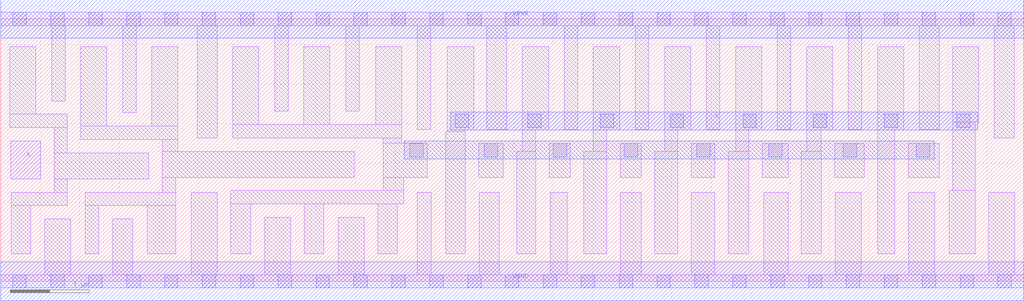
<source format=lef>
# Copyright 2020 The SkyWater PDK Authors
#
# Licensed under the Apache License, Version 2.0 (the "License");
# you may not use this file except in compliance with the License.
# You may obtain a copy of the License at
#
#     https://www.apache.org/licenses/LICENSE-2.0
#
# Unless required by applicable law or agreed to in writing, software
# distributed under the License is distributed on an "AS IS" BASIS,
# WITHOUT WARRANTIES OR CONDITIONS OF ANY KIND, either express or implied.
# See the License for the specific language governing permissions and
# limitations under the License.
#
# SPDX-License-Identifier: Apache-2.0

VERSION 5.7 ;
  NAMESCASESENSITIVE ON ;
  NOWIREEXTENSIONATPIN ON ;
  DIVIDERCHAR "/" ;
  BUSBITCHARS "[]" ;
UNITS
  DATABASE MICRONS 200 ;
END UNITS
MACRO sky130_fd_sc_hs__bufbuf_16
  CLASS CORE ;
  SOURCE USER ;
  FOREIGN sky130_fd_sc_hs__bufbuf_16 ;
  ORIGIN  0.000000  0.000000 ;
  SIZE  12.96000 BY  3.330000 ;
  SYMMETRY X Y ;
  SITE unit ;
  PIN A
    ANTENNAGATEAREA  0.279000 ;
    DIRECTION INPUT ;
    USE SIGNAL ;
    PORT
      LAYER li1 ;
        RECT 0.125000 1.300000 0.505000 1.780000 ;
    END
  END A
  PIN X
    ANTENNADIFFAREA  4.401600 ;
    DIRECTION OUTPUT ;
    USE SIGNAL ;
    PORT
      LAYER met1 ;
        RECT 5.700000 1.920000 12.380000 2.150000 ;
    END
  END X
  PIN VGND
    DIRECTION INOUT ;
    USE GROUND ;
    PORT
      LAYER met1 ;
        RECT 0.000000 -0.245000 12.960000 0.245000 ;
    END
  END VGND
  PIN VPWR
    DIRECTION INOUT ;
    USE POWER ;
    PORT
      LAYER met1 ;
        RECT 0.000000 3.085000 12.960000 3.575000 ;
    END
  END VPWR
  OBS
    LAYER li1 ;
      RECT  0.000000 -0.085000 12.960000 0.085000 ;
      RECT  0.000000  3.245000 12.960000 3.415000 ;
      RECT  0.115000  1.950000  0.845000 2.120000 ;
      RECT  0.115000  2.120000  0.445000 2.980000 ;
      RECT  0.130000  0.350000  0.380000 0.960000 ;
      RECT  0.130000  0.960000  0.845000 1.130000 ;
      RECT  0.560000  0.085000  0.890000 0.790000 ;
      RECT  0.645000  2.290000  0.815000 3.245000 ;
      RECT  0.675000  1.130000  0.845000 1.300000 ;
      RECT  0.675000  1.300000  1.875000 1.630000 ;
      RECT  0.675000  1.630000  0.845000 1.950000 ;
      RECT  1.015000  1.800000  2.245000 1.970000 ;
      RECT  1.015000  1.970000  1.345000 2.980000 ;
      RECT  1.070000  0.350000  1.240000 0.960000 ;
      RECT  1.070000  0.960000  2.215000 1.130000 ;
      RECT  1.420000  0.085000  1.670000 0.790000 ;
      RECT  1.545000  2.140000  1.715000 3.245000 ;
      RECT  1.855000  0.350000  2.215000 0.960000 ;
      RECT  1.915000  1.970000  2.245000 2.980000 ;
      RECT  2.045000  1.130000  2.215000 1.320000 ;
      RECT  2.045000  1.320000  4.480000 1.650000 ;
      RECT  2.045000  1.650000  2.245000 1.800000 ;
      RECT  2.415000  0.085000  2.745000 1.130000 ;
      RECT  2.490000  1.820000  2.740000 3.245000 ;
      RECT  2.915000  0.350000  3.165000 0.980000 ;
      RECT  2.915000  0.980000  5.105000 1.150000 ;
      RECT  2.940000  1.820000  5.080000 1.990000 ;
      RECT  2.940000  1.990000  3.270000 2.980000 ;
      RECT  3.345000  0.085000  3.675000 0.810000 ;
      RECT  3.470000  2.160000  3.640000 3.245000 ;
      RECT  3.840000  1.990000  4.170000 2.980000 ;
      RECT  3.845000  0.350000  4.095000 0.980000 ;
      RECT  4.275000  0.085000  4.605000 0.810000 ;
      RECT  4.370000  2.160000  4.540000 3.245000 ;
      RECT  4.750000  1.990000  5.080000 2.980000 ;
      RECT  4.775000  0.350000  5.025000 0.980000 ;
      RECT  4.845000  1.150000  5.105000 1.320000 ;
      RECT  4.845000  1.320000  5.405000 1.755000 ;
      RECT  4.845000  1.755000  5.080000 1.820000 ;
      RECT  5.275000  0.085000  5.455000 1.130000 ;
      RECT  5.280000  1.925000  5.450000 3.245000 ;
      RECT  5.635000  0.350000  5.885000 1.900000 ;
      RECT  5.660000  1.900000  5.885000 1.920000 ;
      RECT  5.660000  1.920000  5.990000 2.980000 ;
      RECT  6.055000  1.320000  6.365000 1.750000 ;
      RECT  6.065000  0.085000  6.315000 1.130000 ;
      RECT  6.160000  1.925000  6.410000 3.245000 ;
      RECT  6.535000  0.350000  6.780000 1.650000 ;
      RECT  6.610000  1.650000  6.780000 1.920000 ;
      RECT  6.610000  1.920000  6.940000 2.980000 ;
      RECT  6.950000  1.320000  7.215000 1.750000 ;
      RECT  6.960000  0.085000  7.175000 1.130000 ;
      RECT  7.140000  1.925000  7.310000 3.245000 ;
      RECT  7.385000  0.350000  7.680000 1.650000 ;
      RECT  7.510000  1.650000  7.680000 1.920000 ;
      RECT  7.510000  1.920000  7.840000 2.980000 ;
      RECT  7.850000  0.085000  8.115000 1.130000 ;
      RECT  7.850000  1.320000  8.115000 1.750000 ;
      RECT  8.040000  1.925000  8.210000 3.245000 ;
      RECT  8.285000  0.350000  8.580000 1.650000 ;
      RECT  8.410000  1.650000  8.580000 1.920000 ;
      RECT  8.410000  1.920000  8.740000 2.980000 ;
      RECT  8.750000  0.085000  9.045000 1.130000 ;
      RECT  8.750000  1.320000  9.045000 1.750000 ;
      RECT  8.940000  1.925000  9.110000 3.245000 ;
      RECT  9.215000  0.350000  9.480000 1.650000 ;
      RECT  9.310000  1.650000  9.480000 1.920000 ;
      RECT  9.310000  1.920000  9.640000 2.980000 ;
      RECT  9.650000  1.320000  9.975000 1.750000 ;
      RECT  9.665000  0.085000  9.975000 1.130000 ;
      RECT  9.840000  1.925000 10.010000 3.245000 ;
      RECT 10.145000  0.350000 10.395000 1.650000 ;
      RECT 10.210000  1.650000 10.395000 1.920000 ;
      RECT 10.210000  1.920000 10.540000 2.980000 ;
      RECT 10.565000  1.320000 10.940000 1.750000 ;
      RECT 10.575000  0.085000 10.905000 1.130000 ;
      RECT 10.740000  1.925000 10.910000 3.245000 ;
      RECT 11.110000  0.350000 11.325000 1.920000 ;
      RECT 11.110000  1.920000 11.440000 2.980000 ;
      RECT 11.495000  1.320000 11.890000 1.750000 ;
      RECT 11.505000  0.085000 11.835000 1.130000 ;
      RECT 11.640000  1.925000 11.890000 3.245000 ;
      RECT 12.015000  0.350000 12.345000 1.150000 ;
      RECT 12.060000  1.150000 12.345000 2.020000 ;
      RECT 12.060000  2.020000 12.390000 2.980000 ;
      RECT 12.515000  0.085000 12.845000 1.130000 ;
      RECT 12.590000  1.820000 12.840000 3.245000 ;
    LAYER mcon ;
      RECT  0.155000 -0.085000  0.325000 0.085000 ;
      RECT  0.155000  3.245000  0.325000 3.415000 ;
      RECT  0.635000 -0.085000  0.805000 0.085000 ;
      RECT  0.635000  3.245000  0.805000 3.415000 ;
      RECT  1.115000 -0.085000  1.285000 0.085000 ;
      RECT  1.115000  3.245000  1.285000 3.415000 ;
      RECT  1.595000 -0.085000  1.765000 0.085000 ;
      RECT  1.595000  3.245000  1.765000 3.415000 ;
      RECT  2.075000 -0.085000  2.245000 0.085000 ;
      RECT  2.075000  3.245000  2.245000 3.415000 ;
      RECT  2.555000 -0.085000  2.725000 0.085000 ;
      RECT  2.555000  3.245000  2.725000 3.415000 ;
      RECT  3.035000 -0.085000  3.205000 0.085000 ;
      RECT  3.035000  3.245000  3.205000 3.415000 ;
      RECT  3.515000 -0.085000  3.685000 0.085000 ;
      RECT  3.515000  3.245000  3.685000 3.415000 ;
      RECT  3.995000 -0.085000  4.165000 0.085000 ;
      RECT  3.995000  3.245000  4.165000 3.415000 ;
      RECT  4.475000 -0.085000  4.645000 0.085000 ;
      RECT  4.475000  3.245000  4.645000 3.415000 ;
      RECT  4.955000 -0.085000  5.125000 0.085000 ;
      RECT  4.955000  3.245000  5.125000 3.415000 ;
      RECT  5.180000  1.580000  5.350000 1.750000 ;
      RECT  5.435000 -0.085000  5.605000 0.085000 ;
      RECT  5.435000  3.245000  5.605000 3.415000 ;
      RECT  5.760000  1.950000  5.930000 2.120000 ;
      RECT  5.915000 -0.085000  6.085000 0.085000 ;
      RECT  5.915000  3.245000  6.085000 3.415000 ;
      RECT  6.125000  1.580000  6.295000 1.750000 ;
      RECT  6.395000 -0.085000  6.565000 0.085000 ;
      RECT  6.395000  3.245000  6.565000 3.415000 ;
      RECT  6.675000  1.950000  6.845000 2.120000 ;
      RECT  6.875000 -0.085000  7.045000 0.085000 ;
      RECT  6.875000  3.245000  7.045000 3.415000 ;
      RECT  7.000000  1.580000  7.170000 1.750000 ;
      RECT  7.355000 -0.085000  7.525000 0.085000 ;
      RECT  7.355000  3.245000  7.525000 3.415000 ;
      RECT  7.595000  1.950000  7.765000 2.120000 ;
      RECT  7.835000 -0.085000  8.005000 0.085000 ;
      RECT  7.835000  3.245000  8.005000 3.415000 ;
      RECT  7.900000  1.580000  8.070000 1.750000 ;
      RECT  8.315000 -0.085000  8.485000 0.085000 ;
      RECT  8.315000  3.245000  8.485000 3.415000 ;
      RECT  8.485000  1.950000  8.655000 2.120000 ;
      RECT  8.795000 -0.085000  8.965000 0.085000 ;
      RECT  8.795000  3.245000  8.965000 3.415000 ;
      RECT  8.820000  1.580000  8.990000 1.750000 ;
      RECT  9.275000 -0.085000  9.445000 0.085000 ;
      RECT  9.275000  3.245000  9.445000 3.415000 ;
      RECT  9.405000  1.950000  9.575000 2.120000 ;
      RECT  9.730000  1.580000  9.900000 1.750000 ;
      RECT  9.755000 -0.085000  9.925000 0.085000 ;
      RECT  9.755000  3.245000  9.925000 3.415000 ;
      RECT 10.235000 -0.085000 10.405000 0.085000 ;
      RECT 10.235000  3.245000 10.405000 3.415000 ;
      RECT 10.295000  1.950000 10.465000 2.120000 ;
      RECT 10.675000  1.580000 10.845000 1.750000 ;
      RECT 10.715000 -0.085000 10.885000 0.085000 ;
      RECT 10.715000  3.245000 10.885000 3.415000 ;
      RECT 11.195000 -0.085000 11.365000 0.085000 ;
      RECT 11.195000  1.950000 11.365000 2.120000 ;
      RECT 11.195000  3.245000 11.365000 3.415000 ;
      RECT 11.600000  1.580000 11.770000 1.750000 ;
      RECT 11.675000 -0.085000 11.845000 0.085000 ;
      RECT 11.675000  3.245000 11.845000 3.415000 ;
      RECT 12.115000  1.950000 12.285000 2.120000 ;
      RECT 12.155000 -0.085000 12.325000 0.085000 ;
      RECT 12.155000  3.245000 12.325000 3.415000 ;
      RECT 12.635000 -0.085000 12.805000 0.085000 ;
      RECT 12.635000  3.245000 12.805000 3.415000 ;
    LAYER met1 ;
      RECT 5.110000 1.550000 11.830000 1.780000 ;
  END
END sky130_fd_sc_hs__bufbuf_16
END LIBRARY

</source>
